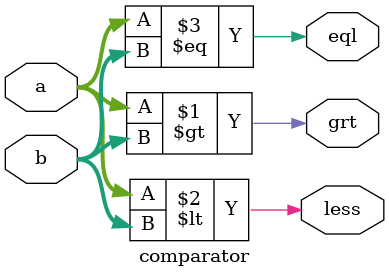
<source format=v>
module comparator(
input [15:0]a,b,
output eql,grt,less
);

assign grt  = ($signed(a) > $signed(b));
assign less = ($signed(a) < $signed(b));
assign eql  = (a==b);

endmodule


</source>
